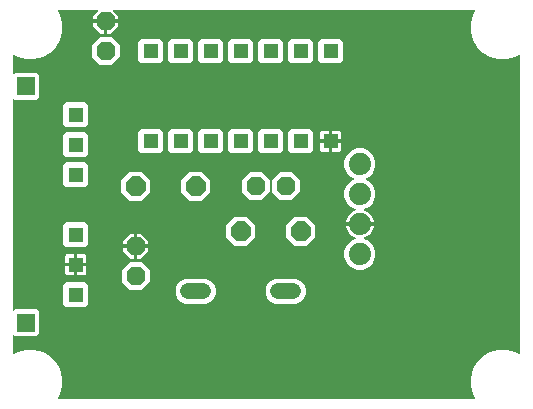
<source format=gbr>
G04 EAGLE Gerber RS-274X export*
G75*
%MOMM*%
%FSLAX34Y34*%
%LPD*%
%INBottom Copper*%
%IPPOS*%
%AMOC8*
5,1,8,0,0,1.08239X$1,22.5*%
G01*
%ADD10P,1.732040X8X112.500000*%
%ADD11P,1.732040X8X22.500000*%
%ADD12C,1.879600*%
%ADD13C,1.320800*%
%ADD14R,1.308000X1.308000*%
%ADD15R,1.508000X1.508000*%
%ADD16P,1.814519X8X202.500000*%

G36*
X400980Y10176D02*
X400980Y10176D01*
X401075Y10185D01*
X401101Y10196D01*
X401129Y10200D01*
X401213Y10245D01*
X401301Y10283D01*
X401322Y10302D01*
X401347Y10316D01*
X401412Y10385D01*
X401483Y10449D01*
X401496Y10473D01*
X401516Y10494D01*
X401556Y10580D01*
X401603Y10664D01*
X401608Y10691D01*
X401620Y10717D01*
X401630Y10812D01*
X401648Y10905D01*
X401644Y10933D01*
X401647Y10961D01*
X401626Y11055D01*
X401613Y11149D01*
X401599Y11181D01*
X401594Y11202D01*
X401577Y11230D01*
X401546Y11303D01*
X399690Y14516D01*
X397839Y21424D01*
X397839Y28576D01*
X399690Y35484D01*
X403266Y41677D01*
X408323Y46734D01*
X414516Y50310D01*
X421424Y52161D01*
X428576Y52161D01*
X435484Y50310D01*
X438697Y48454D01*
X438786Y48421D01*
X438873Y48380D01*
X438901Y48377D01*
X438927Y48367D01*
X439023Y48364D01*
X439117Y48353D01*
X439145Y48359D01*
X439173Y48358D01*
X439265Y48385D01*
X439358Y48406D01*
X439382Y48420D01*
X439409Y48428D01*
X439487Y48483D01*
X439569Y48532D01*
X439587Y48553D01*
X439610Y48569D01*
X439667Y48646D01*
X439729Y48719D01*
X439739Y48745D01*
X439756Y48768D01*
X439785Y48858D01*
X439821Y48947D01*
X439825Y48982D01*
X439831Y49002D01*
X439831Y49035D01*
X439839Y49114D01*
X439839Y300886D01*
X439824Y300980D01*
X439815Y301075D01*
X439804Y301101D01*
X439800Y301129D01*
X439755Y301213D01*
X439717Y301301D01*
X439698Y301322D01*
X439684Y301347D01*
X439615Y301412D01*
X439551Y301483D01*
X439527Y301496D01*
X439506Y301516D01*
X439420Y301556D01*
X439336Y301603D01*
X439309Y301608D01*
X439283Y301620D01*
X439188Y301630D01*
X439095Y301648D01*
X439067Y301644D01*
X439039Y301647D01*
X438945Y301626D01*
X438851Y301613D01*
X438819Y301599D01*
X438798Y301594D01*
X438770Y301577D01*
X438697Y301546D01*
X435484Y299690D01*
X428576Y297839D01*
X421424Y297839D01*
X414516Y299690D01*
X408323Y303266D01*
X403266Y308323D01*
X399690Y314516D01*
X397839Y321424D01*
X397839Y328576D01*
X399690Y335484D01*
X401546Y338697D01*
X401579Y338786D01*
X401620Y338873D01*
X401623Y338901D01*
X401633Y338927D01*
X401636Y339023D01*
X401647Y339117D01*
X401641Y339145D01*
X401642Y339173D01*
X401615Y339265D01*
X401594Y339358D01*
X401580Y339382D01*
X401572Y339409D01*
X401517Y339487D01*
X401468Y339569D01*
X401447Y339587D01*
X401431Y339610D01*
X401354Y339667D01*
X401281Y339729D01*
X401255Y339739D01*
X401232Y339756D01*
X401142Y339785D01*
X401053Y339821D01*
X401018Y339825D01*
X400998Y339831D01*
X400965Y339831D01*
X400886Y339839D01*
X96007Y339839D01*
X95936Y339828D01*
X95864Y339826D01*
X95815Y339808D01*
X95764Y339800D01*
X95701Y339766D01*
X95633Y339741D01*
X95593Y339709D01*
X95547Y339684D01*
X95497Y339632D01*
X95441Y339588D01*
X95413Y339544D01*
X95377Y339506D01*
X95347Y339441D01*
X95308Y339381D01*
X95296Y339330D01*
X95274Y339283D01*
X95266Y339212D01*
X95248Y339142D01*
X95252Y339090D01*
X95247Y339039D01*
X95262Y338968D01*
X95267Y338897D01*
X95288Y338849D01*
X95299Y338798D01*
X95336Y338737D01*
X95364Y338671D01*
X95408Y338615D01*
X95425Y338587D01*
X95443Y338572D01*
X95468Y338540D01*
X99442Y334567D01*
X99442Y331723D01*
X89662Y331723D01*
X89642Y331720D01*
X89623Y331722D01*
X89521Y331700D01*
X89419Y331683D01*
X89402Y331674D01*
X89382Y331670D01*
X89293Y331617D01*
X89202Y331568D01*
X89188Y331554D01*
X89171Y331544D01*
X89104Y331465D01*
X89033Y331390D01*
X89024Y331372D01*
X89011Y331357D01*
X88973Y331261D01*
X88929Y331167D01*
X88927Y331147D01*
X88919Y331129D01*
X88901Y330962D01*
X88901Y330199D01*
X88899Y330199D01*
X88899Y330962D01*
X88896Y330982D01*
X88898Y331001D01*
X88876Y331103D01*
X88859Y331205D01*
X88850Y331222D01*
X88846Y331242D01*
X88793Y331331D01*
X88744Y331422D01*
X88730Y331436D01*
X88720Y331453D01*
X88641Y331520D01*
X88566Y331591D01*
X88548Y331600D01*
X88533Y331613D01*
X88437Y331652D01*
X88343Y331695D01*
X88323Y331697D01*
X88305Y331705D01*
X88138Y331723D01*
X78358Y331723D01*
X78358Y334567D01*
X82332Y338540D01*
X82373Y338598D01*
X82423Y338650D01*
X82445Y338697D01*
X82475Y338739D01*
X82496Y338808D01*
X82526Y338873D01*
X82532Y338925D01*
X82547Y338975D01*
X82546Y339046D01*
X82553Y339117D01*
X82542Y339168D01*
X82541Y339220D01*
X82516Y339288D01*
X82501Y339358D01*
X82474Y339403D01*
X82457Y339451D01*
X82412Y339507D01*
X82375Y339569D01*
X82335Y339603D01*
X82303Y339643D01*
X82243Y339682D01*
X82188Y339729D01*
X82140Y339748D01*
X82096Y339776D01*
X82027Y339794D01*
X81960Y339821D01*
X81889Y339829D01*
X81857Y339837D01*
X81834Y339835D01*
X81793Y339839D01*
X49114Y339839D01*
X49020Y339824D01*
X48925Y339815D01*
X48899Y339804D01*
X48871Y339800D01*
X48787Y339755D01*
X48699Y339717D01*
X48678Y339698D01*
X48653Y339684D01*
X48588Y339615D01*
X48517Y339551D01*
X48504Y339527D01*
X48484Y339506D01*
X48444Y339420D01*
X48397Y339336D01*
X48392Y339309D01*
X48380Y339283D01*
X48370Y339188D01*
X48352Y339095D01*
X48356Y339067D01*
X48353Y339039D01*
X48374Y338945D01*
X48387Y338851D01*
X48401Y338819D01*
X48406Y338798D01*
X48423Y338770D01*
X48454Y338697D01*
X50310Y335484D01*
X52161Y328576D01*
X52161Y321424D01*
X50310Y314516D01*
X46734Y308323D01*
X41677Y303266D01*
X35484Y299690D01*
X28576Y297839D01*
X21424Y297839D01*
X14516Y299690D01*
X11303Y301546D01*
X11214Y301579D01*
X11127Y301620D01*
X11099Y301623D01*
X11073Y301633D01*
X10977Y301636D01*
X10883Y301647D01*
X10855Y301641D01*
X10827Y301642D01*
X10735Y301615D01*
X10642Y301594D01*
X10618Y301580D01*
X10591Y301572D01*
X10513Y301517D01*
X10431Y301468D01*
X10413Y301447D01*
X10390Y301431D01*
X10333Y301354D01*
X10271Y301281D01*
X10261Y301255D01*
X10244Y301232D01*
X10215Y301142D01*
X10179Y301053D01*
X10175Y301018D01*
X10169Y300998D01*
X10169Y300965D01*
X10161Y300886D01*
X10161Y285968D01*
X10172Y285897D01*
X10174Y285825D01*
X10192Y285776D01*
X10200Y285725D01*
X10234Y285662D01*
X10259Y285594D01*
X10291Y285554D01*
X10316Y285508D01*
X10368Y285458D01*
X10412Y285402D01*
X10456Y285374D01*
X10494Y285338D01*
X10559Y285308D01*
X10619Y285269D01*
X10670Y285257D01*
X10717Y285235D01*
X10788Y285227D01*
X10858Y285209D01*
X10910Y285213D01*
X10961Y285208D01*
X11032Y285223D01*
X11103Y285228D01*
X11151Y285249D01*
X11202Y285260D01*
X11263Y285297D01*
X11329Y285325D01*
X11385Y285369D01*
X11413Y285386D01*
X11428Y285404D01*
X11460Y285429D01*
X12382Y286351D01*
X30618Y286351D01*
X32851Y284118D01*
X32851Y265882D01*
X30618Y263649D01*
X12382Y263649D01*
X11460Y264571D01*
X11402Y264612D01*
X11350Y264662D01*
X11303Y264684D01*
X11261Y264714D01*
X11192Y264735D01*
X11127Y264765D01*
X11075Y264771D01*
X11025Y264786D01*
X10954Y264785D01*
X10883Y264792D01*
X10832Y264781D01*
X10780Y264780D01*
X10712Y264755D01*
X10642Y264740D01*
X10597Y264714D01*
X10549Y264696D01*
X10493Y264651D01*
X10431Y264614D01*
X10397Y264574D01*
X10357Y264542D01*
X10318Y264482D01*
X10271Y264427D01*
X10252Y264379D01*
X10224Y264335D01*
X10206Y264266D01*
X10179Y264199D01*
X10171Y264128D01*
X10163Y264097D01*
X10165Y264073D01*
X10161Y264032D01*
X10161Y85968D01*
X10172Y85897D01*
X10174Y85825D01*
X10192Y85776D01*
X10200Y85725D01*
X10234Y85662D01*
X10259Y85594D01*
X10291Y85554D01*
X10316Y85508D01*
X10368Y85458D01*
X10412Y85402D01*
X10456Y85374D01*
X10494Y85338D01*
X10559Y85308D01*
X10619Y85269D01*
X10670Y85257D01*
X10717Y85235D01*
X10788Y85227D01*
X10858Y85209D01*
X10910Y85213D01*
X10961Y85208D01*
X11032Y85223D01*
X11103Y85228D01*
X11151Y85249D01*
X11202Y85260D01*
X11263Y85297D01*
X11329Y85325D01*
X11385Y85369D01*
X11413Y85386D01*
X11428Y85404D01*
X11460Y85429D01*
X12382Y86351D01*
X30618Y86351D01*
X32851Y84118D01*
X32851Y65882D01*
X30618Y63649D01*
X12382Y63649D01*
X11460Y64571D01*
X11402Y64612D01*
X11350Y64662D01*
X11303Y64684D01*
X11261Y64714D01*
X11192Y64735D01*
X11127Y64765D01*
X11075Y64771D01*
X11025Y64786D01*
X10954Y64785D01*
X10883Y64792D01*
X10832Y64781D01*
X10780Y64780D01*
X10712Y64755D01*
X10642Y64740D01*
X10597Y64714D01*
X10549Y64696D01*
X10493Y64651D01*
X10431Y64614D01*
X10397Y64574D01*
X10357Y64542D01*
X10318Y64482D01*
X10271Y64427D01*
X10252Y64379D01*
X10224Y64335D01*
X10206Y64266D01*
X10179Y64199D01*
X10171Y64128D01*
X10163Y64097D01*
X10165Y64073D01*
X10161Y64032D01*
X10161Y49114D01*
X10176Y49020D01*
X10185Y48925D01*
X10196Y48899D01*
X10200Y48871D01*
X10245Y48787D01*
X10283Y48699D01*
X10302Y48678D01*
X10316Y48653D01*
X10385Y48588D01*
X10449Y48517D01*
X10473Y48504D01*
X10494Y48484D01*
X10580Y48444D01*
X10664Y48397D01*
X10691Y48392D01*
X10717Y48380D01*
X10812Y48370D01*
X10905Y48352D01*
X10933Y48356D01*
X10961Y48353D01*
X11055Y48374D01*
X11149Y48387D01*
X11181Y48401D01*
X11202Y48406D01*
X11230Y48423D01*
X11303Y48454D01*
X14516Y50310D01*
X21424Y52161D01*
X28576Y52161D01*
X35484Y50310D01*
X41677Y46734D01*
X46734Y41677D01*
X50310Y35484D01*
X52161Y28576D01*
X52161Y21424D01*
X50310Y14516D01*
X48454Y11303D01*
X48421Y11214D01*
X48380Y11127D01*
X48377Y11099D01*
X48367Y11073D01*
X48364Y10977D01*
X48353Y10883D01*
X48359Y10855D01*
X48358Y10827D01*
X48385Y10735D01*
X48406Y10642D01*
X48420Y10618D01*
X48428Y10591D01*
X48483Y10513D01*
X48532Y10431D01*
X48553Y10413D01*
X48569Y10390D01*
X48646Y10333D01*
X48719Y10271D01*
X48745Y10261D01*
X48768Y10244D01*
X48858Y10215D01*
X48947Y10179D01*
X48982Y10175D01*
X49002Y10169D01*
X49035Y10169D01*
X49114Y10161D01*
X400886Y10161D01*
X400980Y10176D01*
G37*
%LPC*%
G36*
X301373Y119991D02*
X301373Y119991D01*
X296518Y122002D01*
X292802Y125718D01*
X290791Y130573D01*
X290791Y135827D01*
X292802Y140682D01*
X296518Y144398D01*
X300132Y145895D01*
X300218Y145948D01*
X300307Y145996D01*
X300322Y146013D01*
X300341Y146024D01*
X300405Y146102D01*
X300474Y146177D01*
X300483Y146197D01*
X300498Y146214D01*
X300534Y146308D01*
X300576Y146401D01*
X300578Y146423D01*
X300586Y146443D01*
X300590Y146544D01*
X300600Y146645D01*
X300595Y146667D01*
X300596Y146689D01*
X300568Y146787D01*
X300545Y146885D01*
X300534Y146904D01*
X300528Y146925D01*
X300470Y147009D01*
X300417Y147095D01*
X300400Y147109D01*
X300387Y147127D01*
X300306Y147188D01*
X300228Y147253D01*
X300203Y147264D01*
X300190Y147274D01*
X300159Y147284D01*
X300076Y147322D01*
X299417Y147536D01*
X297743Y148389D01*
X296222Y149494D01*
X294894Y150822D01*
X293789Y152343D01*
X292936Y154017D01*
X292355Y155804D01*
X292154Y157077D01*
X303238Y157077D01*
X303258Y157080D01*
X303277Y157078D01*
X303379Y157100D01*
X303481Y157117D01*
X303498Y157126D01*
X303518Y157130D01*
X303607Y157183D01*
X303698Y157232D01*
X303712Y157246D01*
X303729Y157256D01*
X303796Y157335D01*
X303867Y157410D01*
X303876Y157428D01*
X303889Y157443D01*
X303927Y157539D01*
X303971Y157633D01*
X303973Y157653D01*
X303981Y157671D01*
X303999Y157838D01*
X303999Y159362D01*
X303996Y159382D01*
X303998Y159401D01*
X303976Y159503D01*
X303959Y159605D01*
X303950Y159622D01*
X303946Y159642D01*
X303893Y159731D01*
X303844Y159822D01*
X303830Y159836D01*
X303820Y159853D01*
X303741Y159920D01*
X303666Y159991D01*
X303648Y160000D01*
X303633Y160013D01*
X303537Y160052D01*
X303443Y160095D01*
X303423Y160097D01*
X303405Y160105D01*
X303238Y160123D01*
X292154Y160123D01*
X292355Y161396D01*
X292936Y163183D01*
X293789Y164857D01*
X294894Y166378D01*
X296222Y167706D01*
X297743Y168811D01*
X299417Y169664D01*
X300076Y169878D01*
X300166Y169924D01*
X300258Y169966D01*
X300274Y169981D01*
X300294Y169991D01*
X300365Y170063D01*
X300439Y170132D01*
X300450Y170152D01*
X300465Y170167D01*
X300509Y170259D01*
X300558Y170348D01*
X300562Y170369D01*
X300571Y170389D01*
X300583Y170490D01*
X300601Y170590D01*
X300598Y170612D01*
X300601Y170634D01*
X300580Y170733D01*
X300566Y170833D01*
X300556Y170853D01*
X300551Y170874D01*
X300500Y170962D01*
X300454Y171052D01*
X300438Y171068D01*
X300427Y171087D01*
X300351Y171153D01*
X300279Y171224D01*
X300255Y171238D01*
X300242Y171249D01*
X300212Y171261D01*
X300132Y171305D01*
X296518Y172802D01*
X292802Y176518D01*
X290791Y181373D01*
X290791Y186627D01*
X292802Y191482D01*
X296518Y195198D01*
X298447Y195997D01*
X298508Y196035D01*
X298573Y196064D01*
X298611Y196099D01*
X298656Y196126D01*
X298701Y196182D01*
X298754Y196230D01*
X298779Y196276D01*
X298812Y196316D01*
X298838Y196383D01*
X298873Y196446D01*
X298882Y196497D01*
X298901Y196545D01*
X298904Y196617D01*
X298916Y196688D01*
X298909Y196739D01*
X298911Y196791D01*
X298891Y196860D01*
X298881Y196931D01*
X298857Y196977D01*
X298842Y197027D01*
X298802Y197086D01*
X298769Y197150D01*
X298732Y197187D01*
X298702Y197229D01*
X298645Y197272D01*
X298594Y197322D01*
X298531Y197357D01*
X298505Y197376D01*
X298483Y197383D01*
X298447Y197403D01*
X296518Y198202D01*
X292802Y201918D01*
X290791Y206773D01*
X290791Y212027D01*
X292802Y216882D01*
X296518Y220598D01*
X301373Y222609D01*
X306627Y222609D01*
X311482Y220598D01*
X315198Y216882D01*
X317209Y212027D01*
X317209Y206773D01*
X315198Y201918D01*
X311482Y198202D01*
X309553Y197403D01*
X309492Y197365D01*
X309427Y197336D01*
X309389Y197301D01*
X309344Y197274D01*
X309299Y197218D01*
X309246Y197170D01*
X309221Y197124D01*
X309188Y197084D01*
X309162Y197017D01*
X309127Y196954D01*
X309118Y196903D01*
X309099Y196855D01*
X309096Y196783D01*
X309084Y196712D01*
X309091Y196661D01*
X309089Y196609D01*
X309109Y196540D01*
X309119Y196469D01*
X309143Y196423D01*
X309158Y196373D01*
X309198Y196314D01*
X309231Y196250D01*
X309268Y196213D01*
X309298Y196171D01*
X309355Y196128D01*
X309406Y196078D01*
X309469Y196043D01*
X309495Y196024D01*
X309517Y196017D01*
X309553Y195997D01*
X311482Y195198D01*
X315198Y191482D01*
X317209Y186627D01*
X317209Y181373D01*
X315198Y176518D01*
X311482Y172802D01*
X307868Y171305D01*
X307782Y171252D01*
X307693Y171204D01*
X307678Y171187D01*
X307659Y171176D01*
X307595Y171098D01*
X307526Y171023D01*
X307517Y171003D01*
X307502Y170986D01*
X307466Y170892D01*
X307424Y170799D01*
X307422Y170777D01*
X307414Y170757D01*
X307410Y170656D01*
X307400Y170555D01*
X307405Y170533D01*
X307404Y170511D01*
X307432Y170413D01*
X307455Y170315D01*
X307466Y170296D01*
X307472Y170275D01*
X307530Y170191D01*
X307583Y170105D01*
X307600Y170091D01*
X307613Y170073D01*
X307694Y170012D01*
X307772Y169947D01*
X307797Y169936D01*
X307810Y169926D01*
X307841Y169916D01*
X307924Y169878D01*
X308583Y169664D01*
X310257Y168811D01*
X311778Y167706D01*
X313106Y166378D01*
X314211Y164857D01*
X315064Y163183D01*
X315645Y161396D01*
X315846Y160123D01*
X304762Y160123D01*
X304742Y160120D01*
X304723Y160122D01*
X304621Y160100D01*
X304519Y160083D01*
X304502Y160074D01*
X304482Y160070D01*
X304393Y160017D01*
X304302Y159968D01*
X304288Y159954D01*
X304271Y159944D01*
X304204Y159865D01*
X304133Y159790D01*
X304124Y159772D01*
X304111Y159757D01*
X304073Y159661D01*
X304029Y159567D01*
X304027Y159547D01*
X304019Y159529D01*
X304001Y159362D01*
X304001Y157838D01*
X304004Y157820D01*
X304002Y157804D01*
X304002Y157802D01*
X304002Y157799D01*
X304024Y157697D01*
X304041Y157595D01*
X304050Y157578D01*
X304054Y157558D01*
X304107Y157469D01*
X304156Y157378D01*
X304170Y157364D01*
X304180Y157347D01*
X304259Y157280D01*
X304334Y157209D01*
X304352Y157200D01*
X304367Y157187D01*
X304463Y157148D01*
X304557Y157105D01*
X304577Y157103D01*
X304595Y157095D01*
X304762Y157077D01*
X315846Y157077D01*
X315645Y155804D01*
X315064Y154017D01*
X314211Y152343D01*
X313106Y150822D01*
X311778Y149494D01*
X310257Y148389D01*
X308583Y147536D01*
X307924Y147322D01*
X307834Y147276D01*
X307742Y147234D01*
X307726Y147219D01*
X307706Y147209D01*
X307635Y147137D01*
X307561Y147068D01*
X307550Y147048D01*
X307535Y147033D01*
X307491Y146941D01*
X307442Y146852D01*
X307438Y146831D01*
X307429Y146811D01*
X307417Y146710D01*
X307399Y146610D01*
X307402Y146588D01*
X307399Y146566D01*
X307420Y146467D01*
X307434Y146367D01*
X307444Y146347D01*
X307449Y146326D01*
X307500Y146238D01*
X307546Y146148D01*
X307562Y146132D01*
X307573Y146113D01*
X307649Y146047D01*
X307721Y145976D01*
X307745Y145962D01*
X307758Y145951D01*
X307788Y145939D01*
X307868Y145895D01*
X311482Y144398D01*
X315198Y140682D01*
X317209Y135827D01*
X317209Y130573D01*
X315198Y125718D01*
X311482Y122002D01*
X306627Y119991D01*
X301373Y119991D01*
G37*
%LPD*%
%LPC*%
G36*
X232624Y91185D02*
X232624Y91185D01*
X228796Y92771D01*
X225867Y95700D01*
X224281Y99528D01*
X224281Y103672D01*
X225867Y107500D01*
X228796Y110429D01*
X232624Y112015D01*
X249976Y112015D01*
X253804Y110429D01*
X256733Y107500D01*
X258319Y103672D01*
X258319Y99528D01*
X256733Y95700D01*
X253804Y92771D01*
X249976Y91185D01*
X232624Y91185D01*
G37*
%LPD*%
%LPC*%
G36*
X156424Y91185D02*
X156424Y91185D01*
X152596Y92771D01*
X149667Y95700D01*
X148081Y99528D01*
X148081Y103672D01*
X149667Y107500D01*
X152596Y110429D01*
X156424Y112015D01*
X173776Y112015D01*
X177604Y110429D01*
X180533Y107500D01*
X182119Y103672D01*
X182119Y99528D01*
X180533Y95700D01*
X177604Y92771D01*
X173776Y91185D01*
X156424Y91185D01*
G37*
%LPD*%
%LPC*%
G36*
X109250Y178307D02*
X109250Y178307D01*
X102107Y185450D01*
X102107Y195550D01*
X109250Y202693D01*
X119350Y202693D01*
X126493Y195550D01*
X126493Y185450D01*
X119350Y178307D01*
X109250Y178307D01*
G37*
%LPD*%
%LPC*%
G36*
X160050Y178307D02*
X160050Y178307D01*
X152907Y185450D01*
X152907Y195550D01*
X160050Y202693D01*
X170150Y202693D01*
X177293Y195550D01*
X177293Y185450D01*
X170150Y178307D01*
X160050Y178307D01*
G37*
%LPD*%
%LPC*%
G36*
X248950Y140207D02*
X248950Y140207D01*
X241807Y147350D01*
X241807Y157450D01*
X248950Y164593D01*
X259050Y164593D01*
X266193Y157450D01*
X266193Y147350D01*
X259050Y140207D01*
X248950Y140207D01*
G37*
%LPD*%
%LPC*%
G36*
X198150Y140207D02*
X198150Y140207D01*
X191007Y147350D01*
X191007Y157450D01*
X198150Y164593D01*
X208250Y164593D01*
X215393Y157450D01*
X215393Y147350D01*
X208250Y140207D01*
X198150Y140207D01*
G37*
%LPD*%
%LPC*%
G36*
X84007Y292988D02*
X84007Y292988D01*
X77088Y299907D01*
X77088Y309693D01*
X84007Y316612D01*
X93793Y316612D01*
X100712Y309693D01*
X100712Y299907D01*
X93793Y292988D01*
X84007Y292988D01*
G37*
%LPD*%
%LPC*%
G36*
X236407Y178688D02*
X236407Y178688D01*
X229488Y185607D01*
X229488Y195393D01*
X236407Y202312D01*
X246193Y202312D01*
X253112Y195393D01*
X253112Y185607D01*
X246193Y178688D01*
X236407Y178688D01*
G37*
%LPD*%
%LPC*%
G36*
X211007Y178688D02*
X211007Y178688D01*
X204088Y185607D01*
X204088Y195393D01*
X211007Y202312D01*
X220793Y202312D01*
X227712Y195393D01*
X227712Y185607D01*
X220793Y178688D01*
X211007Y178688D01*
G37*
%LPD*%
%LPC*%
G36*
X109407Y102488D02*
X109407Y102488D01*
X102488Y109407D01*
X102488Y119193D01*
X109407Y126112D01*
X119193Y126112D01*
X126112Y119193D01*
X126112Y109407D01*
X119193Y102488D01*
X109407Y102488D01*
G37*
%LPD*%
%LPC*%
G36*
X271282Y294449D02*
X271282Y294449D01*
X269049Y296682D01*
X269049Y312918D01*
X271282Y315151D01*
X287518Y315151D01*
X289751Y312918D01*
X289751Y296682D01*
X287518Y294449D01*
X271282Y294449D01*
G37*
%LPD*%
%LPC*%
G36*
X220482Y294449D02*
X220482Y294449D01*
X218249Y296682D01*
X218249Y312918D01*
X220482Y315151D01*
X236718Y315151D01*
X238951Y312918D01*
X238951Y296682D01*
X236718Y294449D01*
X220482Y294449D01*
G37*
%LPD*%
%LPC*%
G36*
X245882Y294449D02*
X245882Y294449D01*
X243649Y296682D01*
X243649Y312918D01*
X245882Y315151D01*
X262118Y315151D01*
X264351Y312918D01*
X264351Y296682D01*
X262118Y294449D01*
X245882Y294449D01*
G37*
%LPD*%
%LPC*%
G36*
X195082Y294449D02*
X195082Y294449D01*
X192849Y296682D01*
X192849Y312918D01*
X195082Y315151D01*
X211318Y315151D01*
X213551Y312918D01*
X213551Y296682D01*
X211318Y294449D01*
X195082Y294449D01*
G37*
%LPD*%
%LPC*%
G36*
X169682Y294449D02*
X169682Y294449D01*
X167449Y296682D01*
X167449Y312918D01*
X169682Y315151D01*
X185918Y315151D01*
X188151Y312918D01*
X188151Y296682D01*
X185918Y294449D01*
X169682Y294449D01*
G37*
%LPD*%
%LPC*%
G36*
X118882Y294449D02*
X118882Y294449D01*
X116649Y296682D01*
X116649Y312918D01*
X118882Y315151D01*
X135118Y315151D01*
X137351Y312918D01*
X137351Y296682D01*
X135118Y294449D01*
X118882Y294449D01*
G37*
%LPD*%
%LPC*%
G36*
X144282Y294449D02*
X144282Y294449D01*
X142049Y296682D01*
X142049Y312918D01*
X144282Y315151D01*
X160518Y315151D01*
X162751Y312918D01*
X162751Y296682D01*
X160518Y294449D01*
X144282Y294449D01*
G37*
%LPD*%
%LPC*%
G36*
X55382Y240849D02*
X55382Y240849D01*
X53149Y243082D01*
X53149Y259318D01*
X55382Y261551D01*
X71618Y261551D01*
X73851Y259318D01*
X73851Y243082D01*
X71618Y240849D01*
X55382Y240849D01*
G37*
%LPD*%
%LPC*%
G36*
X118882Y218249D02*
X118882Y218249D01*
X116649Y220482D01*
X116649Y236718D01*
X118882Y238951D01*
X135118Y238951D01*
X137351Y236718D01*
X137351Y220482D01*
X135118Y218249D01*
X118882Y218249D01*
G37*
%LPD*%
%LPC*%
G36*
X144282Y218249D02*
X144282Y218249D01*
X142049Y220482D01*
X142049Y236718D01*
X144282Y238951D01*
X160518Y238951D01*
X162751Y236718D01*
X162751Y220482D01*
X160518Y218249D01*
X144282Y218249D01*
G37*
%LPD*%
%LPC*%
G36*
X220482Y218249D02*
X220482Y218249D01*
X218249Y220482D01*
X218249Y236718D01*
X220482Y238951D01*
X236718Y238951D01*
X238951Y236718D01*
X238951Y220482D01*
X236718Y218249D01*
X220482Y218249D01*
G37*
%LPD*%
%LPC*%
G36*
X245882Y218249D02*
X245882Y218249D01*
X243649Y220482D01*
X243649Y236718D01*
X245882Y238951D01*
X262118Y238951D01*
X264351Y236718D01*
X264351Y220482D01*
X262118Y218249D01*
X245882Y218249D01*
G37*
%LPD*%
%LPC*%
G36*
X195082Y218249D02*
X195082Y218249D01*
X192849Y220482D01*
X192849Y236718D01*
X195082Y238951D01*
X211318Y238951D01*
X213551Y236718D01*
X213551Y220482D01*
X211318Y218249D01*
X195082Y218249D01*
G37*
%LPD*%
%LPC*%
G36*
X169682Y218249D02*
X169682Y218249D01*
X167449Y220482D01*
X167449Y236718D01*
X169682Y238951D01*
X185918Y238951D01*
X188151Y236718D01*
X188151Y220482D01*
X185918Y218249D01*
X169682Y218249D01*
G37*
%LPD*%
%LPC*%
G36*
X55382Y215449D02*
X55382Y215449D01*
X53149Y217682D01*
X53149Y233918D01*
X55382Y236151D01*
X71618Y236151D01*
X73851Y233918D01*
X73851Y217682D01*
X71618Y215449D01*
X55382Y215449D01*
G37*
%LPD*%
%LPC*%
G36*
X55382Y190049D02*
X55382Y190049D01*
X53149Y192282D01*
X53149Y208518D01*
X55382Y210751D01*
X71618Y210751D01*
X73851Y208518D01*
X73851Y192282D01*
X71618Y190049D01*
X55382Y190049D01*
G37*
%LPD*%
%LPC*%
G36*
X55382Y139249D02*
X55382Y139249D01*
X53149Y141482D01*
X53149Y157718D01*
X55382Y159951D01*
X71618Y159951D01*
X73851Y157718D01*
X73851Y141482D01*
X71618Y139249D01*
X55382Y139249D01*
G37*
%LPD*%
%LPC*%
G36*
X55382Y88449D02*
X55382Y88449D01*
X53149Y90682D01*
X53149Y106918D01*
X55382Y109151D01*
X71618Y109151D01*
X73851Y106918D01*
X73851Y90682D01*
X71618Y88449D01*
X55382Y88449D01*
G37*
%LPD*%
%LPC*%
G36*
X115823Y141223D02*
X115823Y141223D01*
X115823Y150242D01*
X118667Y150242D01*
X124842Y144067D01*
X124842Y141223D01*
X115823Y141223D01*
G37*
%LPD*%
%LPC*%
G36*
X103758Y141223D02*
X103758Y141223D01*
X103758Y144067D01*
X109933Y150242D01*
X112777Y150242D01*
X112777Y141223D01*
X103758Y141223D01*
G37*
%LPD*%
%LPC*%
G36*
X90423Y319658D02*
X90423Y319658D01*
X90423Y328677D01*
X99442Y328677D01*
X99442Y325833D01*
X93267Y319658D01*
X90423Y319658D01*
G37*
%LPD*%
%LPC*%
G36*
X115823Y129158D02*
X115823Y129158D01*
X115823Y138177D01*
X124842Y138177D01*
X124842Y135333D01*
X118667Y129158D01*
X115823Y129158D01*
G37*
%LPD*%
%LPC*%
G36*
X109933Y129158D02*
X109933Y129158D01*
X103758Y135333D01*
X103758Y138177D01*
X112777Y138177D01*
X112777Y129158D01*
X109933Y129158D01*
G37*
%LPD*%
%LPC*%
G36*
X84533Y319658D02*
X84533Y319658D01*
X78358Y325833D01*
X78358Y328677D01*
X87377Y328677D01*
X87377Y319658D01*
X84533Y319658D01*
G37*
%LPD*%
%LPC*%
G36*
X65023Y125723D02*
X65023Y125723D01*
X65023Y133281D01*
X70374Y133281D01*
X71021Y133108D01*
X71600Y132773D01*
X72073Y132300D01*
X72408Y131721D01*
X72581Y131074D01*
X72581Y125723D01*
X65023Y125723D01*
G37*
%LPD*%
%LPC*%
G36*
X280923Y230123D02*
X280923Y230123D01*
X280923Y237681D01*
X286274Y237681D01*
X286921Y237508D01*
X287500Y237173D01*
X287973Y236700D01*
X288308Y236121D01*
X288481Y235474D01*
X288481Y230123D01*
X280923Y230123D01*
G37*
%LPD*%
%LPC*%
G36*
X54419Y125723D02*
X54419Y125723D01*
X54419Y131074D01*
X54592Y131721D01*
X54927Y132300D01*
X55400Y132773D01*
X55979Y133108D01*
X56626Y133281D01*
X61977Y133281D01*
X61977Y125723D01*
X54419Y125723D01*
G37*
%LPD*%
%LPC*%
G36*
X270319Y230123D02*
X270319Y230123D01*
X270319Y235474D01*
X270492Y236121D01*
X270827Y236700D01*
X271300Y237173D01*
X271879Y237508D01*
X272526Y237681D01*
X277877Y237681D01*
X277877Y230123D01*
X270319Y230123D01*
G37*
%LPD*%
%LPC*%
G36*
X280923Y219519D02*
X280923Y219519D01*
X280923Y227077D01*
X288481Y227077D01*
X288481Y221726D01*
X288308Y221079D01*
X287973Y220500D01*
X287500Y220027D01*
X286921Y219692D01*
X286274Y219519D01*
X280923Y219519D01*
G37*
%LPD*%
%LPC*%
G36*
X65023Y115119D02*
X65023Y115119D01*
X65023Y122677D01*
X72581Y122677D01*
X72581Y117326D01*
X72408Y116679D01*
X72073Y116100D01*
X71600Y115627D01*
X71021Y115292D01*
X70374Y115119D01*
X65023Y115119D01*
G37*
%LPD*%
%LPC*%
G36*
X56626Y115119D02*
X56626Y115119D01*
X55979Y115292D01*
X55400Y115627D01*
X54927Y116100D01*
X54592Y116679D01*
X54419Y117326D01*
X54419Y122677D01*
X61977Y122677D01*
X61977Y115119D01*
X56626Y115119D01*
G37*
%LPD*%
%LPC*%
G36*
X272526Y219519D02*
X272526Y219519D01*
X271879Y219692D01*
X271300Y220027D01*
X270827Y220500D01*
X270492Y221079D01*
X270319Y221726D01*
X270319Y227077D01*
X277877Y227077D01*
X277877Y219519D01*
X272526Y219519D01*
G37*
%LPD*%
%LPC*%
G36*
X114299Y139699D02*
X114299Y139699D01*
X114299Y139701D01*
X114301Y139701D01*
X114301Y139699D01*
X114299Y139699D01*
G37*
%LPD*%
%LPC*%
G36*
X279399Y228599D02*
X279399Y228599D01*
X279399Y228601D01*
X279401Y228601D01*
X279401Y228599D01*
X279399Y228599D01*
G37*
%LPD*%
%LPC*%
G36*
X63499Y124199D02*
X63499Y124199D01*
X63499Y124201D01*
X63501Y124201D01*
X63501Y124199D01*
X63499Y124199D01*
G37*
%LPD*%
D10*
X114300Y114300D03*
X114300Y139700D03*
D11*
X215900Y190500D03*
X241300Y190500D03*
D10*
X88900Y304800D03*
X88900Y330200D03*
D12*
X304000Y209400D03*
X304000Y184000D03*
X304000Y158600D03*
X304000Y133200D03*
D13*
X247904Y101600D02*
X234696Y101600D01*
X171704Y101600D02*
X158496Y101600D01*
D14*
X203200Y304800D03*
X203200Y228600D03*
X177800Y304800D03*
X152400Y304800D03*
X127000Y304800D03*
X127000Y228600D03*
X152400Y228600D03*
X177800Y228600D03*
X228600Y228600D03*
X254000Y228600D03*
X279400Y228600D03*
X228600Y304800D03*
X254000Y304800D03*
X279400Y304800D03*
X63500Y149600D03*
X63500Y124200D03*
X63500Y98800D03*
X63500Y200400D03*
X63500Y225800D03*
X63500Y251200D03*
D15*
X21500Y275000D03*
X21500Y75000D03*
D16*
X165100Y190500D03*
X114300Y190500D03*
X254000Y152400D03*
X203200Y152400D03*
M02*

</source>
